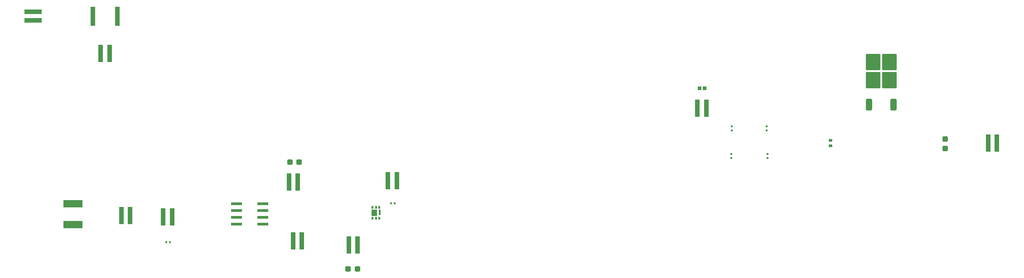
<source format=gbr>
%TF.GenerationSoftware,KiCad,Pcbnew,8.0.7*%
%TF.CreationDate,2025-01-26T19:21:23+01:00*%
%TF.ProjectId,Power device,506f7765-7220-4646-9576-6963652e6b69,rev?*%
%TF.SameCoordinates,Original*%
%TF.FileFunction,Paste,Top*%
%TF.FilePolarity,Positive*%
%FSLAX46Y46*%
G04 Gerber Fmt 4.6, Leading zero omitted, Abs format (unit mm)*
G04 Created by KiCad (PCBNEW 8.0.7) date 2025-01-26 19:21:23*
%MOMM*%
%LPD*%
G01*
G04 APERTURE LIST*
G04 Aperture macros list*
%AMRoundRect*
0 Rectangle with rounded corners*
0 $1 Rounding radius*
0 $2 $3 $4 $5 $6 $7 $8 $9 X,Y pos of 4 corners*
0 Add a 4 corners polygon primitive as box body*
4,1,4,$2,$3,$4,$5,$6,$7,$8,$9,$2,$3,0*
0 Add four circle primitives for the rounded corners*
1,1,$1+$1,$2,$3*
1,1,$1+$1,$4,$5*
1,1,$1+$1,$6,$7*
1,1,$1+$1,$8,$9*
0 Add four rect primitives between the rounded corners*
20,1,$1+$1,$2,$3,$4,$5,0*
20,1,$1+$1,$4,$5,$6,$7,0*
20,1,$1+$1,$6,$7,$8,$9,0*
20,1,$1+$1,$8,$9,$2,$3,0*%
G04 Aperture macros list end*
%ADD10R,0.950000X3.200000*%
%ADD11R,3.520000X1.430000*%
%ADD12RoundRect,0.067500X0.067500X-0.137500X0.067500X0.137500X-0.067500X0.137500X-0.067500X-0.137500X0*%
%ADD13RoundRect,0.079500X0.079500X0.100500X-0.079500X0.100500X-0.079500X-0.100500X0.079500X-0.100500X0*%
%ADD14RoundRect,0.237500X0.237500X-0.300000X0.237500X0.300000X-0.237500X0.300000X-0.237500X-0.300000X0*%
%ADD15RoundRect,0.250000X0.350000X-0.850000X0.350000X0.850000X-0.350000X0.850000X-0.350000X-0.850000X0*%
%ADD16RoundRect,0.250000X1.125000X-1.275000X1.125000X1.275000X-1.125000X1.275000X-1.125000X-1.275000X0*%
%ADD17RoundRect,0.140000X0.170000X-0.140000X0.170000X0.140000X-0.170000X0.140000X-0.170000X-0.140000X0*%
%ADD18RoundRect,0.073750X-0.911250X-0.221250X0.911250X-0.221250X0.911250X0.221250X-0.911250X0.221250X0*%
%ADD19RoundRect,0.237500X-0.300000X-0.237500X0.300000X-0.237500X0.300000X0.237500X-0.300000X0.237500X0*%
%ADD20R,0.650000X0.640000*%
%ADD21RoundRect,0.067500X-0.067500X0.137500X-0.067500X-0.137500X0.067500X-0.137500X0.067500X0.137500X0*%
%ADD22RoundRect,0.237500X0.300000X0.237500X-0.300000X0.237500X-0.300000X-0.237500X0.300000X-0.237500X0*%
%ADD23R,3.200000X0.950000*%
%ADD24R,0.840000X3.620000*%
%ADD25R,0.300000X0.500000*%
%ADD26R,1.000000X1.200000*%
%ADD27R,0.300000X1.000000*%
G04 APERTURE END LIST*
D10*
%TO.C,Rp2*%
X179175000Y-85250000D03*
X180825000Y-85250000D03*
%TD*%
%TO.C,Rload1*%
X235150000Y-91750000D03*
X233500000Y-91750000D03*
%TD*%
D11*
%TO.C,Cd1*%
X62440000Y-106940000D03*
X62440000Y-103060000D03*
%TD*%
D10*
%TO.C,Rp1*%
X67675000Y-75000000D03*
X69325000Y-75000000D03*
%TD*%
D12*
%TO.C,D4*%
X192250000Y-94500000D03*
X192250000Y-93775000D03*
%TD*%
D10*
%TO.C,Rpow-MOS1*%
X123000000Y-98750000D03*
X121350000Y-98750000D03*
%TD*%
D13*
%TO.C,C_decop_3*%
X122595000Y-103000000D03*
X121905000Y-103000000D03*
%TD*%
D14*
%TO.C,C_out1*%
X225500000Y-92725000D03*
X225500000Y-91000000D03*
%TD*%
D13*
%TO.C,C_decop_4*%
X80595000Y-110250000D03*
X79905000Y-110250000D03*
%TD*%
D10*
%TO.C,Rpow_MOS1*%
X114000000Y-110750000D03*
X115650000Y-110750000D03*
%TD*%
%TO.C,Rgate1*%
X103600000Y-110000000D03*
X105250000Y-110000000D03*
%TD*%
D15*
%TO.C,U1*%
X211220000Y-84550000D03*
D16*
X211975000Y-79925000D03*
X215025000Y-79925000D03*
X211975000Y-76575000D03*
X215025000Y-76575000D03*
D15*
X215780000Y-84550000D03*
%TD*%
D10*
%TO.C,Rpow1*%
X104500000Y-99000000D03*
X102850000Y-99000000D03*
%TD*%
D17*
%TO.C,C_rect1*%
X204000000Y-92210000D03*
X204000000Y-91250000D03*
%TD*%
D18*
%TO.C,IC1*%
X93025000Y-103095000D03*
X93025000Y-104365000D03*
X93025000Y-105635000D03*
X93025000Y-106905000D03*
X97975000Y-106905000D03*
X97975000Y-105635000D03*
X97975000Y-104365000D03*
X97975000Y-103095000D03*
%TD*%
D19*
%TO.C,C_decop_2*%
X113887500Y-115250000D03*
X115612500Y-115250000D03*
%TD*%
D12*
%TO.C,D1*%
X185587500Y-89362500D03*
X185587500Y-88637500D03*
%TD*%
D20*
%TO.C,Cp2*%
X179600000Y-81500000D03*
X180500000Y-81500000D03*
%TD*%
D21*
%TO.C,D3*%
X185500000Y-93775000D03*
X185500000Y-94500000D03*
%TD*%
D22*
%TO.C,C_decop_1*%
X104725000Y-95250000D03*
X103000000Y-95250000D03*
%TD*%
D21*
%TO.C,D2*%
X192087500Y-88637500D03*
X192087500Y-89362500D03*
%TD*%
D10*
%TO.C,R1*%
X71500000Y-105250000D03*
X73150000Y-105250000D03*
%TD*%
D23*
%TO.C,R1s1*%
X55000000Y-67175000D03*
X55000000Y-68825000D03*
%TD*%
D24*
%TO.C,Cp1*%
X66210000Y-68000000D03*
X70790000Y-68000000D03*
%TD*%
D10*
%TO.C,Rpov-1*%
X81000000Y-105500000D03*
X79350000Y-105500000D03*
%TD*%
D25*
%TO.C,Q1*%
X118450000Y-105750000D03*
X119100000Y-105750000D03*
X119750000Y-105750000D03*
X119750000Y-103750000D03*
X119100000Y-103750000D03*
X118450000Y-103750000D03*
D26*
X118800000Y-104750000D03*
D27*
X119835000Y-104675000D03*
%TD*%
M02*

</source>
